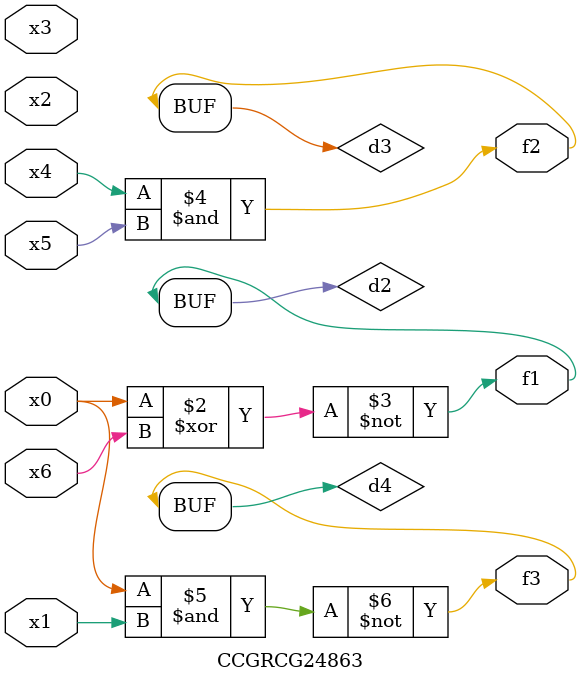
<source format=v>
module CCGRCG24863(
	input x0, x1, x2, x3, x4, x5, x6,
	output f1, f2, f3
);

	wire d1, d2, d3, d4;

	nor (d1, x0);
	xnor (d2, x0, x6);
	and (d3, x4, x5);
	nand (d4, x0, x1);
	assign f1 = d2;
	assign f2 = d3;
	assign f3 = d4;
endmodule

</source>
